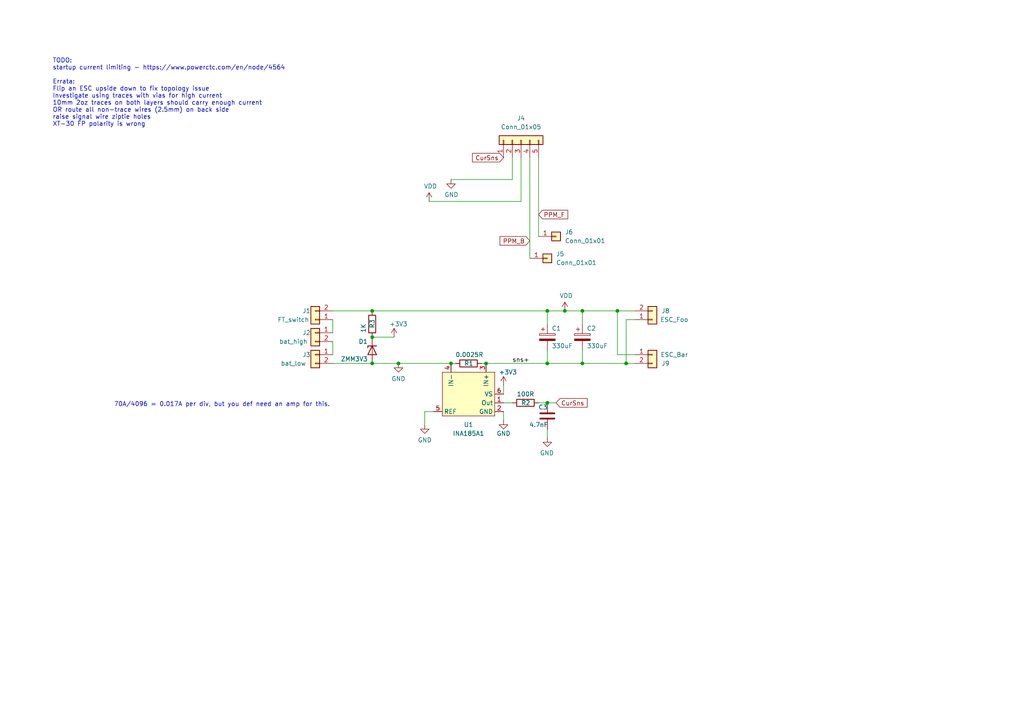
<source format=kicad_sch>
(kicad_sch (version 20211123) (generator eeschema)
  (paper "A4")
  (title_block (title "Spin-Eggman") (date "2022-10-20") (rev "V2.0.0") (company "Alfredo"))
  (lib_symbols
    (symbol "AlfredoSymbols:INA185A"
      (property "Reference" "U" (at 8.89 3.81 0))
      (property "Value" "INA185A" (at 12.7 1.27 0))
      (symbol "INA185A_0_1"
        (rectangle (start -7.62 6.35) (end 7.62 -6.35) (fill (type background)))
      )
      (symbol "INA185A_1_1"
        (pin input line (at -10.16 -2.54 0) (length 2.54) (name "Out") (number "1"))
        (pin input line (at -10.16 -5.08 0) (length 2.54) (name "GND") (number "2"))
        (pin input line (at -5.08 8.89 270) (length 2.54) (name "IN+") (number "3"))
        (pin input line (at 5.08 8.89 270) (length 2.54) (name "IN-") (number "4"))
        (pin input line (at 10.16 -5.08 180) (length 2.54) (name "REF") (number "5"))
        (pin input line (at -10.16 0 0) (length 2.54) (name "VS") (number "6"))
      )
    )
    (symbol "Connector_Generic:Conn_01x01" (pin_names (offset 1.016) hide)
      (property "Reference" "J" (at 0 2.54 0))
      (property "Value" "Conn_01x01" (at 0 -2.54 0))
      (symbol "Conn_01x01_1_1"
        (rectangle (start -1.27 0.127) (end 0 -0.127) (stroke (width 0.1524)))
        (rectangle (start -1.27 1.27) (end 1.27 -1.27) (stroke (width 0.254)) (fill (type background)))
        (pin passive line (at -5.08 0 0) (length 3.81) (name "Pin_1") (number "1"))
      )
    )
    (symbol "Connector_Generic:Conn_01x02" (pin_names (offset 1.016) hide)
      (property "Reference" "J" (at 0 2.54 0))
      (property "Value" "Conn_01x02" (at 0 -5.08 0))
      (symbol "Conn_01x02_1_1"
        (rectangle (start -1.27 -2.413) (end 0 -2.667) (stroke (width 0.1524)))
        (rectangle (start -1.27 0.127) (end 0 -0.127) (stroke (width 0.1524)))
        (rectangle (start -1.27 1.27) (end 1.27 -3.81) (stroke (width 0.254)) (fill (type background)))
        (pin passive line (at -5.08 0 0) (length 3.81) (name "Pin_1") (number "1"))
        (pin passive line (at -5.08 -2.54 0) (length 3.81) (name "Pin_2") (number "2"))
      )
    )
    (symbol "Connector_Generic:Conn_01x05" (pin_names (offset 1.016) hide)
      (property "Reference" "J" (at 0 7.62 0))
      (property "Value" "Conn_01x05" (at 0 -7.62 0))
      (symbol "Conn_01x05_1_1"
        (rectangle (start -1.27 -4.953) (end 0 -5.207) (stroke (width 0.1524)))
        (rectangle (start -1.27 -2.413) (end 0 -2.667) (stroke (width 0.1524)))
        (rectangle (start -1.27 0.127) (end 0 -0.127) (stroke (width 0.1524)))
        (rectangle (start -1.27 2.667) (end 0 2.413) (stroke (width 0.1524)))
        (rectangle (start -1.27 5.207) (end 0 4.953) (stroke (width 0.1524)))
        (rectangle (start -1.27 6.35) (end 1.27 -6.35) (stroke (width 0.254)) (fill (type background)))
        (pin passive line (at -5.08 5.08 0) (length 3.81) (name "Pin_1") (number "1"))
        (pin passive line (at -5.08 2.54 0) (length 3.81) (name "Pin_2") (number "2"))
        (pin passive line (at -5.08 0 0) (length 3.81) (name "Pin_3") (number "3"))
        (pin passive line (at -5.08 -2.54 0) (length 3.81) (name "Pin_4") (number "4"))
        (pin passive line (at -5.08 -5.08 0) (length 3.81) (name "Pin_5") (number "5"))
      )
    )
    (symbol "Device:C" (pin_numbers hide) (pin_names (offset 0.254))
      (property "Reference" "C" (at 0.635 2.54 0))
      (property "Value" "C" (at 0.635 -2.54 0))
      (symbol "C_0_1"
        (polyline (pts (xy -2.032 -0.762) (xy 2.032 -0.762)) (stroke (width 0.508)))
        (polyline (pts (xy -2.032 0.762) (xy 2.032 0.762)) (stroke (width 0.508)))
      )
      (symbol "C_1_1"
        (pin passive line (at 0 3.81 270) (length 2.794) (name "~") (number "1"))
        (pin passive line (at 0 -3.81 90) (length 2.794) (name "~") (number "2"))
      )
    )
    (symbol "Device:C_Polarized" (pin_numbers hide) (pin_names (offset 0.254))
      (property "Reference" "C" (at 0.635 2.54 0))
      (property "Value" "C_Polarized" (at 0.635 -2.54 0))
      (symbol "C_Polarized_0_1"
        (rectangle (start -2.286 0.508) (end 2.286 1.016))
        (polyline (pts (xy -1.778 2.286) (xy -0.762 2.286)))
        (polyline (pts (xy -1.27 2.794) (xy -1.27 1.778)))
        (rectangle (start 2.286 -0.508) (end -2.286 -1.016) (fill (type outline)))
      )
      (symbol "C_Polarized_1_1"
        (pin passive line (at 0 3.81 270) (length 2.794) (name "~") (number "1"))
        (pin passive line (at 0 -3.81 90) (length 2.794) (name "~") (number "2"))
      )
    )
    (symbol "Device:D_Zener" (pin_numbers hide) (pin_names (offset 1.016) hide)
      (property "Reference" "D" (at 0 2.54 0))
      (property "Value" "D_Zener" (at 0 -2.54 0))
      (symbol "D_Zener_0_1"
        (polyline (pts (xy 1.27 0) (xy -1.27 0)))
        (polyline (pts (xy -1.27 -1.27) (xy -1.27 1.27) (xy -0.762 1.27)) (stroke (width 0.254)))
        (polyline (pts (xy 1.27 -1.27) (xy 1.27 1.27) (xy -1.27 0) (xy 1.27 -1.27)) (stroke (width 0.254)))
      )
      (symbol "D_Zener_1_1"
        (pin passive line (at -3.81 0 0) (length 2.54) (name "K") (number "1"))
        (pin passive line (at 3.81 0 180) (length 2.54) (name "A") (number "2"))
      )
    )
    (symbol "Device:R" (pin_numbers hide) (pin_names (offset 0))
      (property "Reference" "R" (at 2.032 0 90))
      (property "Value" "R" (at 0 0 90))
      (symbol "R_0_1"
        (rectangle (start -1.016 -2.54) (end 1.016 2.54) (stroke (width 0.254)))
      )
      (symbol "R_1_1"
        (pin passive line (at 0 3.81 270) (length 1.27) (name "~") (number "1"))
        (pin passive line (at 0 -3.81 90) (length 1.27) (name "~") (number "2"))
      )
    )
    (symbol "power:+3.3V" (power) (pin_names (offset 0))
      (property "Value" "+3.3V" (at 0 3.556 0))
      (symbol "+3.3V_0_1"
        (polyline (pts (xy -0.762 1.27) (xy 0 2.54)))
        (polyline (pts (xy 0 0) (xy 0 2.54)))
        (polyline (pts (xy 0 2.54) (xy 0.762 1.27)))
      )
      (symbol "+3.3V_1_1"
        (pin power_in line (at 0 0 90) (length 0) hide (name "+3V3") (number "1"))
      )
    )
    (symbol "power:GND" (power) (pin_names (offset 0))
      (property "Value" "GND" (at 0 -3.81 0))
      (symbol "GND_0_1"
        (polyline (pts (xy 0 0) (xy 0 -1.27) (xy 1.27 -1.27) (xy 0 -2.54) (xy -1.27 -1.27) (xy 0 -1.27)))
      )
      (symbol "GND_1_1"
        (pin power_in line (at 0 0 270) (length 0) hide (name "GND") (number "1"))
      )
    )
    (symbol "power:VDD" (power) (pin_names (offset 0))
      (property "Value" "VDD" (at 0 3.81 0))
      (symbol "VDD_0_1"
        (polyline (pts (xy -0.762 1.27) (xy 0 2.54)))
        (polyline (pts (xy 0 0) (xy 0 2.54)))
        (polyline (pts (xy 0 2.54) (xy 0.762 1.27)))
      )
      (symbol "VDD_1_1"
        (pin power_in line (at 0 0 90) (length 0) hide (name "VDD") (number "1"))
      )
    )
  )
  (junction (at 181.61 105.41))
  (junction (at 115.57 105.41))
  (junction (at 158.75 90.17))
  (junction (at 107.95 105.41))
  (junction (at 158.75 116.84))
  (junction (at 168.91 90.17))
  (junction (at 158.75 105.41))
  (junction (at 107.95 97.79))
  (junction (at 130.81 105.41))
  (junction (at 168.91 105.41))
  (junction (at 107.95 90.17))
  (junction (at 163.83 90.17))
  (junction (at 179.07 90.17))
  (junction (at 140.97 105.41))
  (wire (pts (xy 158.75 124.46) (xy 158.75 127)))
  (wire (pts (xy 156.21 45.72) (xy 156.21 68.58)))
  (wire (pts (xy 96.52 99.06) (xy 96.52 102.87)))
  (wire (pts (xy 181.61 92.71) (xy 181.61 105.41)))
  (wire (pts (xy 158.75 101.6) (xy 158.75 105.41)))
  (wire (pts (xy 158.75 105.41) (xy 168.91 105.41)))
  (wire (pts (xy 184.15 102.87) (xy 179.07 102.87)))
  (wire (pts (xy 161.29 116.84) (xy 158.75 116.84)))
  (wire (pts (xy 146.05 119.38) (xy 146.05 121.92)))
  (wire (pts (xy 140.97 105.41) (xy 158.75 105.41)))
  (wire (pts (xy 151.13 45.72) (xy 151.13 58.42)))
  (wire (pts (xy 158.75 116.84) (xy 156.21 116.84)))
  (wire (pts (xy 179.07 90.17) (xy 184.15 90.17)))
  (wire (pts (xy 181.61 105.41) (xy 184.15 105.41)))
  (wire (pts (xy 115.57 105.41) (xy 130.81 105.41)))
  (wire (pts (xy 123.19 119.38) (xy 123.19 123.19)))
  (wire (pts (xy 107.95 105.41) (xy 115.57 105.41)))
  (wire (pts (xy 139.7 105.41) (xy 140.97 105.41)))
  (wire (pts (xy 158.75 90.17) (xy 163.83 90.17)))
  (wire (pts (xy 96.52 90.17) (xy 107.95 90.17)))
  (wire (pts (xy 96.52 105.41) (xy 107.95 105.41)))
  (wire (pts (xy 168.91 101.6) (xy 168.91 105.41)))
  (wire (pts (xy 107.95 97.79) (xy 114.3 97.79)))
  (wire (pts (xy 96.52 92.71) (xy 96.52 96.52)))
  (wire (pts (xy 130.81 52.07) (xy 148.59 52.07)))
  (wire (pts (xy 148.59 52.07) (xy 148.59 45.72)))
  (wire (pts (xy 168.91 90.17) (xy 168.91 93.98)))
  (wire (pts (xy 124.46 58.42) (xy 151.13 58.42)))
  (wire (pts (xy 163.83 90.17) (xy 168.91 90.17)))
  (wire (pts (xy 153.67 45.72) (xy 153.67 74.93)))
  (wire (pts (xy 130.81 105.41) (xy 132.08 105.41)))
  (wire (pts (xy 148.59 116.84) (xy 146.05 116.84)))
  (wire (pts (xy 179.07 102.87) (xy 179.07 90.17)))
  (wire (pts (xy 168.91 90.17) (xy 179.07 90.17)))
  (wire (pts (xy 158.75 90.17) (xy 158.75 93.98)))
  (wire (pts (xy 168.91 105.41) (xy 181.61 105.41)))
  (wire (pts (xy 146.05 111.76) (xy 146.05 114.3)))
  (wire (pts (xy 184.15 92.71) (xy 181.61 92.71)))
  (wire (pts (xy 125.73 119.38) (xy 123.19 119.38)))
  (wire (pts (xy 107.95 90.17) (xy 158.75 90.17)))
  (text "70A/4096 = 0.017A per div, but you def need an amp for this." (at 33.02 118.11 0) (effects (font (size 1.27 1.27)) (justify left bottom)))
  (text "TODO:\nstartup current limiting - https://www.powerctc.com/en/node/4564\n\nErrata:\nFlip an ESC upside down to fix topology issue\nInvestigate using traces with vias for high current\n10mm 2oz traces on both layers should carry enough current\nOR route all non-trace wires (2.5mm) on back side\nraise signal wire ziptie holes\nXT-30 FP polarity is wrong\n" (at 15.24 36.83 0) (effects (font (size 1.27 1.27)) (justify left bottom)))
  (label "sns+" (at 148.59 105.41 0))
  (global_label "CurSns" (shape input) (at 161.29 116.84 0) (property "Intersheet References" "${INTERSHEET_REFS}" (effects hide)))
  (global_label "PPM_F" (shape input) (at 156.21 62.23 0) (property "Intersheet References" "${INTERSHEET_REFS}" (effects hide)))
  (global_label "PPM_B" (shape input) (at 153.67 69.85 180) (property "Intersheet References" "${INTERSHEET_REFS}" (effects hide)))
  (global_label "CurSns" (shape input) (at 146.05 45.72 180) (property "Intersheet References" "${INTERSHEET_REFS}" (effects hide)))
  (symbol (lib_id "Connector_Generic:Conn_01x02") (at 189.23 102.87 0) (unit 1)
    (property "Reference" "J9" (at 193.04 105.41 0))
    (property "Value" "ESC_Bar" (at 195.58 102.87 0))
    (property "Footprint" "lib_fp:TGD_ESC_SigPads" (effects hide))
  )
  (symbol (lib_id "Connector_Generic:Conn_01x01") (at 161.29 68.58 0) (unit 1)
    (property "Reference" "J6" (at 163.83 67.3099 0) (effects (justify left)))
    (property "Value" "Conn_01x01" (at 163.83 69.8499 0) (effects (justify left)))
    (property "Footprint" "AlfredoFootprints:TGD-antenna-THT" (effects hide))
  )
  (symbol (lib_id "Connector_Generic:Conn_01x02") (at 91.44 102.87 0) (mirror y) (unit 1)
    (property "Reference" "J3" (at 88.9 102.87 0))
    (property "Value" "bat_low" (at 85.09 105.41 0))
    (property "Footprint" "AlfredoFootprints:TGD_2P_BatHoles" (effects hide))
  )
  (symbol (lib_id "power:GND") (at 146.05 121.92 0) (mirror y) (unit 1)
    (property "Reference" "#PWR0105" (effects hide))
    (property "Value" "GND" (at 146.05 125.73 0))
  )
  (symbol (lib_id "Device:C_Polarized") (at 158.75 97.79 0) (unit 1)
    (property "Reference" "C1" (at 160.02 95.25 0) (effects (justify left)))
    (property "Value" "330uF" (at 160.02 100.33 0) (effects (justify left)))
    (property "Footprint" "lib_fp:TGD_lowESR_cap" (effects hide))
  )
  (symbol (lib_id "Connector_Generic:Conn_01x01") (at 158.75 74.93 0) (unit 1)
    (property "Reference" "J5" (at 161.29 73.6599 0) (effects (justify left)))
    (property "Value" "Conn_01x01" (at 161.29 76.1999 0) (effects (justify left)))
    (property "Footprint" "AlfredoFootprints:TGD-antenna-THT" (effects hide))
  )
  (symbol (lib_id "power:VDD") (at 163.83 90.17 0) (unit 1)
    (property "Reference" "#PWR0101" (effects hide))
    (property "Value" "VDD" (at 164.211 85.7758 0))
  )
  (symbol (lib_id "Connector_Generic:Conn_01x05") (at 151.13 40.64 90) (unit 1)
    (property "Reference" "J4" (at 151.13 34.29 90))
    (property "Value" "Conn_01x05" (at 151.13 36.83 90))
    (property "Footprint" "Connector_JST:JST_EH_B5B-EH-A_1x05_P2.50mm_Vertical" (effects hide))
  )
  (symbol (lib_id "Connector_Generic:Conn_01x02") (at 91.44 92.71 180) (unit 1)
    (property "Reference" "J1" (at 88.9 90.17 0))
    (property "Value" "FT_switch" (at 85.09 92.71 0))
    (property "Footprint" "lib_fp:FT_Switch_Vertical" (effects hide))
  )
  (symbol (lib_id "power:VDD") (at 124.46 58.42 0) (unit 1)
    (property "Reference" "#PWR0127" (effects hide))
    (property "Value" "VDD" (at 124.841 54.0258 0))
  )
  (symbol (lib_id "AlfredoSymbols:INA185A") (at 135.89 114.3 0) (mirror y) (unit 1)
    (property "Reference" "U1" (at 135.89 123.19 0))
    (property "Value" "INA185A1" (at 135.89 125.73 0))
    (property "Footprint" "Package_TO_SOT_SMD:SOT-563" (effects hide))
    (property "Datasheet" "https://www.digikey.com/en/products/detail/texas-instruments/INA185A1IDRLR/10448282" (effects hide))
  )
  (symbol (lib_id "power:GND") (at 158.75 127 0) (mirror y) (unit 1)
    (property "Reference" "#PWR0106" (effects hide))
    (property "Value" "GND" (at 158.623 131.3942 0))
  )
  (symbol (lib_id "Connector_Generic:Conn_01x02") (at 91.44 96.52 0) (mirror y) (unit 1)
    (property "Reference" "J2" (at 88.9 96.52 0))
    (property "Value" "bat_high" (at 85.09 99.06 0))
    (property "Footprint" "AlfredoFootprints:TGD_2P_BatHoles" (effects hide))
  )
  (symbol (lib_id "power:GND") (at 115.57 105.41 0) (mirror y) (unit 1)
    (property "Reference" "#PWR0108" (effects hide))
    (property "Value" "GND" (at 115.57 109.855 0))
  )
  (symbol (lib_id "power:+3.3V") (at 114.3 97.79 0) (mirror y) (unit 1)
    (property "Reference" "#PWR0107" (effects hide))
    (property "Value" "+3.3V" (at 115.57 93.98 0))
  )
  (symbol (lib_id "Device:R") (at 152.4 116.84 270) (unit 1)
    (property "Reference" "R2" (at 151.13 116.84 90) (effects (justify left)))
    (property "Value" "100R" (at 149.86 114.3 90) (effects (justify left)))
    (property "Footprint" "Resistor_SMD:R_0603_1608Metric" (effects hide))
    (property "Datasheet" "https://lcsc.com/product-detail/Chip-Resistor-Surface-Mount_UNI-ROYAL-Uniroyal-Elec-0603WAF1000T5E_C22775.html" (effects hide))
    (property "LCSC" "C22775" (effects hide))
  )
  (symbol (lib_id "power:GND") (at 130.81 52.07 0) (unit 1)
    (property "Reference" "#PWR0150" (effects hide))
    (property "Value" "GND" (at 130.937 56.4642 0))
  )
  (symbol (lib_id "Connector_Generic:Conn_01x02") (at 189.23 92.71 0) (mirror x) (unit 1)
    (property "Reference" "J8" (at 193.04 90.17 0))
    (property "Value" "ESC_Foo" (at 195.58 92.71 0))
    (property "Footprint" "lib_fp:TGD_ESC_SigPads" (effects hide))
  )
  (symbol (lib_id "Device:R") (at 107.95 93.98 0) (unit 1)
    (property "Reference" "R3" (at 107.95 95.25 90) (effects (justify left)))
    (property "Value" "1K" (at 105.41 96.52 90) (effects (justify left)))
    (property "Footprint" "Resistor_SMD:R_0603_1608Metric" (effects hide))
    (property "Datasheet" "https://lcsc.com/product-detail/Chip-span-style-background-color-ff0-Resistor-span-Surface-Mount_UNI-ROYAL-Uniroyal-Elec-0603WAF1001T5E_C21190.html" (effects hide))
    (property "LCSC" "C21190" (effects hide))
  )
  (symbol (lib_id "power:GND") (at 123.19 123.19 0) (mirror y) (unit 1)
    (property "Reference" "#PWR0103" (effects hide))
    (property "Value" "GND" (at 123.19 127.635 0))
  )
  (symbol (lib_id "Device:C_Polarized") (at 168.91 97.79 0) (unit 1)
    (property "Reference" "C2" (at 170.18 95.25 0) (effects (justify left)))
    (property "Value" "330uF" (at 170.18 100.33 0) (effects (justify left)))
    (property "Footprint" "lib_fp:TGD_lowESR_cap" (effects hide))
  )
  (symbol (lib_id "Device:C") (at 158.75 120.65 0) (mirror x) (unit 1)
    (property "Reference" "C3" (at 157.48 118.11 0))
    (property "Value" "4.7nF" (at 156.21 123.19 0))
    (property "Footprint" "Capacitor_SMD:C_0603_1608Metric" (effects hide))
    (property "Datasheet" "https://lcsc.com/product-detail/Multilayer-Ceramic-Capacitors-MLCC-SMD-SMT_FH-Guangdong-Fenghua-Advanced-Tech-0603B472K500NT_C53987.html" (effects hide))
    (property "LCSC" "C53987" (effects hide))
  )
  (symbol (lib_id "power:+3.3V") (at 146.05 111.76 0) (mirror y) (unit 1)
    (property "Reference" "#PWR0104" (effects hide))
    (property "Value" "+3.3V" (at 147.32 107.95 0))
  )
  (symbol (lib_id "Device:R") (at 135.89 105.41 270) (unit 1)
    (property "Reference" "R1" (at 134.62 105.41 90) (effects (justify left)))
    (property "Value" "0.0025R" (at 132.08 102.87 90) (effects (justify left)))
    (property "Footprint" "Resistor_SMD:R_2512_6332Metric_Pad1.40x3.35mm_HandSolder" (effects hide))
    (property "Datasheet" "https://lcsc.com/product-detail/Chip-span-style-background-color-ff0-Resistor-span-Surface-Mount_SART-Nanjing-Sart-Tech-SMF25M2F2M50T_C2692059.html" (effects hide))
    (property "LCSC" "C2692059" (effects hide))
  )
  (symbol (lib_id "Device:D_Zener") (at 107.95 101.6 90) (mirror x) (unit 1)
    (property "Reference" "D1" (at 106.68 99.06 90) (effects (justify left)))
    (property "Value" "ZMM3V3" (at 106.68 104.14 90) (effects (justify left)))
    (property "Footprint" "Diode_SMD:D_MiniMELF" (effects hide))
    (property "Datasheet" "https://lcsc.com/product-detail/Zener-Diodes_ST-Semtech-ZMM3V3_C8056.html" (effects hide))
    (property "LCSC" "C8056" (effects hide))
  )
)
</source>
